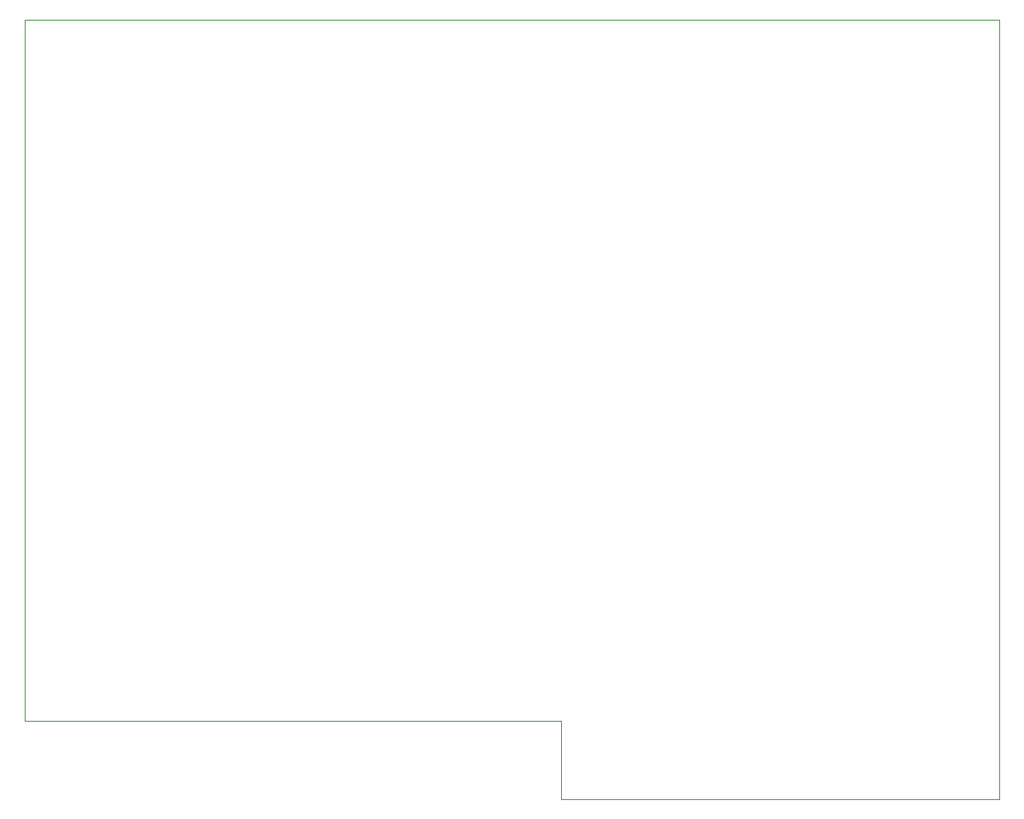
<source format=gm1>
%TF.GenerationSoftware,KiCad,Pcbnew,(6.0.0)*%
%TF.CreationDate,2022-05-19T20:01:10-07:00*%
%TF.ProjectId,steDAC,73746544-4143-42e6-9b69-6361645f7063,rev?*%
%TF.SameCoordinates,Original*%
%TF.FileFunction,Profile,NP*%
%FSLAX46Y46*%
G04 Gerber Fmt 4.6, Leading zero omitted, Abs format (unit mm)*
G04 Created by KiCad (PCBNEW (6.0.0)) date 2022-05-19 20:01:10*
%MOMM*%
%LPD*%
G01*
G04 APERTURE LIST*
%TA.AperFunction,Profile*%
%ADD10C,0.100000*%
%TD*%
G04 APERTURE END LIST*
D10*
X87912500Y-54650000D02*
X87912500Y-126650000D01*
X142912500Y-134650000D02*
X187912500Y-134650000D01*
X187912500Y-134650000D02*
X187912500Y-124650000D01*
X187912500Y-124650000D02*
X187912500Y-54650000D01*
X142912500Y-126650000D02*
X87912500Y-126650000D01*
X142912500Y-134650000D02*
X142912500Y-126650000D01*
X187912500Y-54650000D02*
X87912500Y-54650000D01*
M02*

</source>
